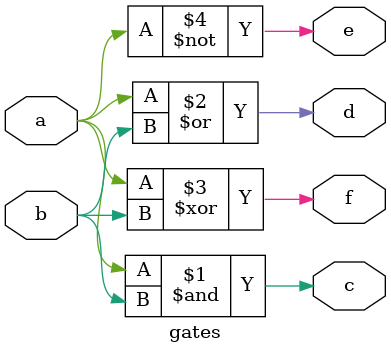
<source format=v>
module gates(a,b,c,d,e,f);
input a,b;
output c,d,e,f;
and a1(c,a,b);
or  a2(d,a,b);
not a3(e,a);
xor a4(f,a,b);
endmodule 

</source>
